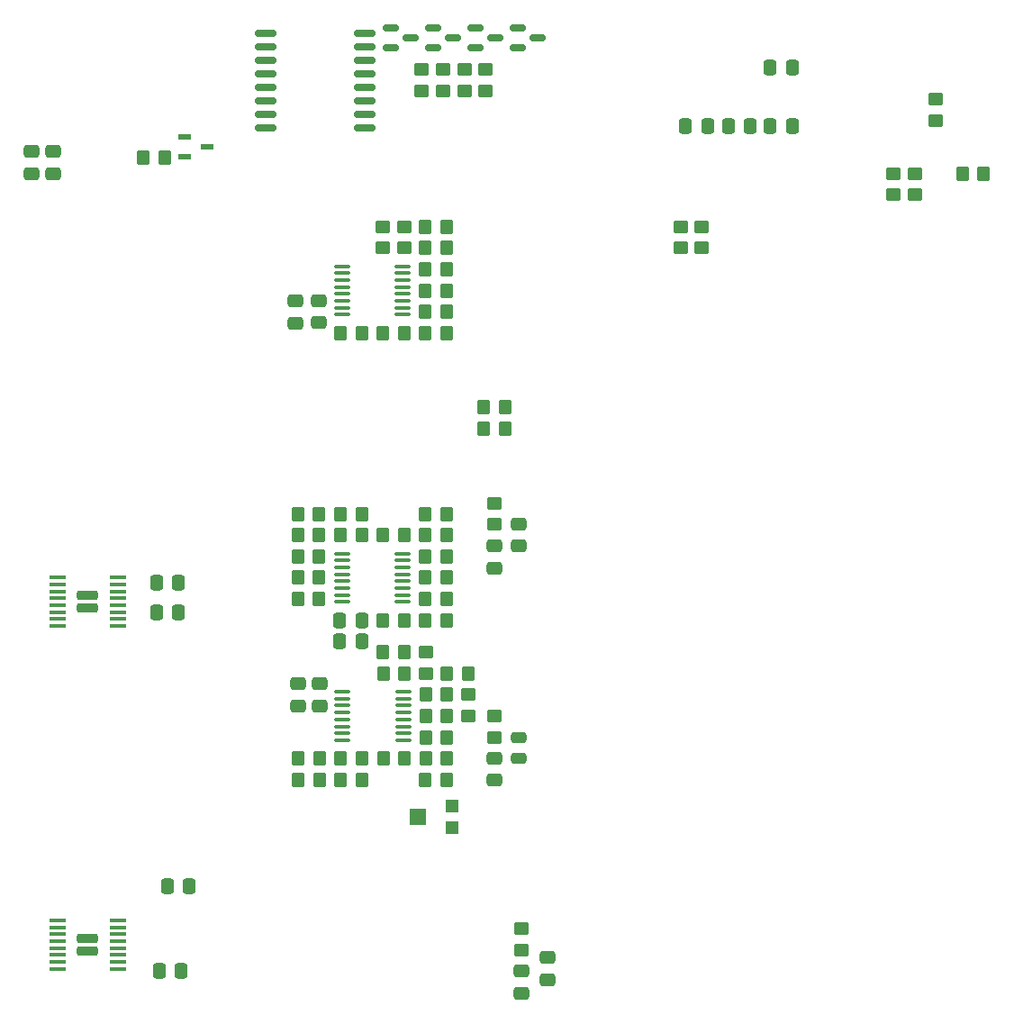
<source format=gbr>
%TF.GenerationSoftware,KiCad,Pcbnew,8.0.5-dirty*%
%TF.CreationDate,2024-10-27T18:43:13+01:00*%
%TF.ProjectId,tank_mower_controller_V1,74616e6b-5f6d-46f7-9765-725f636f6e74,rev?*%
%TF.SameCoordinates,Original*%
%TF.FileFunction,Paste,Bot*%
%TF.FilePolarity,Positive*%
%FSLAX46Y46*%
G04 Gerber Fmt 4.6, Leading zero omitted, Abs format (unit mm)*
G04 Created by KiCad (PCBNEW 8.0.5-dirty) date 2024-10-27 18:43:13*
%MOMM*%
%LPD*%
G01*
G04 APERTURE LIST*
G04 Aperture macros list*
%AMRoundRect*
0 Rectangle with rounded corners*
0 $1 Rounding radius*
0 $2 $3 $4 $5 $6 $7 $8 $9 X,Y pos of 4 corners*
0 Add a 4 corners polygon primitive as box body*
4,1,4,$2,$3,$4,$5,$6,$7,$8,$9,$2,$3,0*
0 Add four circle primitives for the rounded corners*
1,1,$1+$1,$2,$3*
1,1,$1+$1,$4,$5*
1,1,$1+$1,$6,$7*
1,1,$1+$1,$8,$9*
0 Add four rect primitives between the rounded corners*
20,1,$1+$1,$2,$3,$4,$5,0*
20,1,$1+$1,$4,$5,$6,$7,0*
20,1,$1+$1,$6,$7,$8,$9,0*
20,1,$1+$1,$8,$9,$2,$3,0*%
G04 Aperture macros list end*
%ADD10RoundRect,0.250000X-0.350000X-0.450000X0.350000X-0.450000X0.350000X0.450000X-0.350000X0.450000X0*%
%ADD11RoundRect,0.250000X0.350000X0.450000X-0.350000X0.450000X-0.350000X-0.450000X0.350000X-0.450000X0*%
%ADD12RoundRect,0.250000X0.450000X-0.350000X0.450000X0.350000X-0.450000X0.350000X-0.450000X-0.350000X0*%
%ADD13RoundRect,0.250000X0.475000X-0.337500X0.475000X0.337500X-0.475000X0.337500X-0.475000X-0.337500X0*%
%ADD14RoundRect,0.250000X0.337500X0.475000X-0.337500X0.475000X-0.337500X-0.475000X0.337500X-0.475000X0*%
%ADD15R,1.200000X1.200000*%
%ADD16R,1.500000X1.600000*%
%ADD17RoundRect,0.250000X-0.337500X-0.475000X0.337500X-0.475000X0.337500X0.475000X-0.337500X0.475000X0*%
%ADD18RoundRect,0.150000X-0.587500X-0.150000X0.587500X-0.150000X0.587500X0.150000X-0.587500X0.150000X0*%
%ADD19RoundRect,0.232500X-0.757500X-0.232500X0.757500X-0.232500X0.757500X0.232500X-0.757500X0.232500X0*%
%ADD20RoundRect,0.100000X-0.687500X-0.100000X0.687500X-0.100000X0.687500X0.100000X-0.687500X0.100000X0*%
%ADD21RoundRect,0.250000X-0.450000X0.350000X-0.450000X-0.350000X0.450000X-0.350000X0.450000X0.350000X0*%
%ADD22RoundRect,0.250000X-0.475000X0.250000X-0.475000X-0.250000X0.475000X-0.250000X0.475000X0.250000X0*%
%ADD23RoundRect,0.100000X0.637500X0.100000X-0.637500X0.100000X-0.637500X-0.100000X0.637500X-0.100000X0*%
%ADD24RoundRect,0.250000X-0.475000X0.337500X-0.475000X-0.337500X0.475000X-0.337500X0.475000X0.337500X0*%
%ADD25RoundRect,0.150000X0.875000X0.150000X-0.875000X0.150000X-0.875000X-0.150000X0.875000X-0.150000X0*%
%ADD26R,1.300000X0.600000*%
G04 APERTURE END LIST*
D10*
%TO.C,R46*%
X121738000Y-99704000D03*
X123738000Y-99704000D03*
%TD*%
%TO.C,R25*%
X121738000Y-95704000D03*
X123738000Y-95704000D03*
%TD*%
D11*
%TO.C,R5*%
X141238000Y-83704000D03*
X139238000Y-83704000D03*
%TD*%
%TO.C,R21*%
X131775500Y-114704000D03*
X129775500Y-114704000D03*
%TD*%
%TO.C,R39*%
X131775500Y-106704000D03*
X129775500Y-106704000D03*
%TD*%
D12*
%TO.C,R53*%
X140238000Y-92704000D03*
X140238000Y-90704000D03*
%TD*%
D11*
%TO.C,R22*%
X127775500Y-116704000D03*
X125775500Y-116704000D03*
%TD*%
D10*
%TO.C,R23*%
X121738000Y-97704000D03*
X123738000Y-97704000D03*
%TD*%
D13*
%TO.C,C7*%
X96738000Y-59704000D03*
X96738000Y-57629000D03*
%TD*%
D11*
%TO.C,R44*%
X135738000Y-95704000D03*
X133738000Y-95704000D03*
%TD*%
D12*
%TO.C,R54*%
X179738000Y-61704000D03*
X179738000Y-59704000D03*
%TD*%
D11*
%TO.C,R41*%
X135775500Y-110704000D03*
X133775500Y-110704000D03*
%TD*%
D10*
%TO.C,R45*%
X133738000Y-91704000D03*
X135738000Y-91704000D03*
%TD*%
D11*
%TO.C,R19*%
X135775500Y-114704000D03*
X133775500Y-114704000D03*
%TD*%
D14*
%TO.C,C23*%
X168238000Y-49704000D03*
X166163000Y-49704000D03*
%TD*%
D11*
%TO.C,R20*%
X131738000Y-104704000D03*
X129738000Y-104704000D03*
%TD*%
D15*
%TO.C,R66*%
X136238000Y-119204000D03*
D16*
X132988000Y-120204000D03*
D15*
X136238000Y-121204000D03*
%TD*%
D17*
%TO.C,C10*%
X108450500Y-98204000D03*
X110525500Y-98204000D03*
%TD*%
D18*
%TO.C,Q12*%
X138450500Y-47904000D03*
X138450500Y-46004000D03*
X140325500Y-46954000D03*
%TD*%
D19*
%TO.C,U4*%
X101988000Y-131624000D03*
X101988000Y-132784000D03*
D20*
X99125500Y-134479000D03*
X99125500Y-133829000D03*
X99125500Y-133179000D03*
X99125500Y-132529000D03*
X99125500Y-131879000D03*
X99125500Y-131229000D03*
X99125500Y-130579000D03*
X99125500Y-129929000D03*
X104850500Y-129929000D03*
X104850500Y-130579000D03*
X104850500Y-131229000D03*
X104850500Y-131879000D03*
X104850500Y-132529000D03*
X104850500Y-133179000D03*
X104850500Y-133829000D03*
X104850500Y-134479000D03*
%TD*%
D18*
%TO.C,Q14*%
X130450500Y-47904000D03*
X130450500Y-46004000D03*
X132325500Y-46954000D03*
%TD*%
D11*
%TO.C,R6*%
X135738000Y-68704000D03*
X133738000Y-68704000D03*
%TD*%
D10*
%TO.C,R59*%
X121738000Y-91704000D03*
X123738000Y-91704000D03*
%TD*%
D11*
%TO.C,R10*%
X135738000Y-66704000D03*
X133738000Y-66704000D03*
%TD*%
D21*
%TO.C,R14*%
X131738000Y-64704000D03*
X131738000Y-66704000D03*
%TD*%
D12*
%TO.C,R7*%
X129738000Y-66704000D03*
X129738000Y-64704000D03*
%TD*%
D22*
%TO.C,C3*%
X142488000Y-112754000D03*
X142488000Y-114654000D03*
%TD*%
D10*
%TO.C,R48*%
X125738000Y-93704000D03*
X127738000Y-93704000D03*
%TD*%
D14*
%TO.C,C24*%
X168238000Y-55204000D03*
X166163000Y-55204000D03*
%TD*%
D11*
%TO.C,R43*%
X135738000Y-97704000D03*
X133738000Y-97704000D03*
%TD*%
D13*
%TO.C,C1*%
X121488000Y-73754000D03*
X121488000Y-71679000D03*
%TD*%
D23*
%TO.C,U11*%
X131638000Y-108429000D03*
X131638000Y-109079000D03*
X131638000Y-109729000D03*
X131638000Y-110379000D03*
X131638000Y-111029000D03*
X131638000Y-111679000D03*
X131638000Y-112329000D03*
X131638000Y-112979000D03*
X125913000Y-112979000D03*
X125913000Y-112329000D03*
X125913000Y-111679000D03*
X125913000Y-111029000D03*
X125913000Y-110379000D03*
X125913000Y-109729000D03*
X125913000Y-109079000D03*
X125913000Y-108429000D03*
%TD*%
D10*
%TO.C,R13*%
X133738000Y-74704000D03*
X135738000Y-74704000D03*
%TD*%
D21*
%TO.C,R3*%
X181738000Y-52704000D03*
X181738000Y-54704000D03*
%TD*%
D24*
%TO.C,C36*%
X142488000Y-92666500D03*
X142488000Y-94741500D03*
%TD*%
D23*
%TO.C,U5*%
X131600500Y-68429000D03*
X131600500Y-69079000D03*
X131600500Y-69729000D03*
X131600500Y-70379000D03*
X131600500Y-71029000D03*
X131600500Y-71679000D03*
X131600500Y-72329000D03*
X131600500Y-72979000D03*
X125875500Y-72979000D03*
X125875500Y-72329000D03*
X125875500Y-71679000D03*
X125875500Y-71029000D03*
X125875500Y-70379000D03*
X125875500Y-69729000D03*
X125875500Y-69079000D03*
X125875500Y-68429000D03*
%TD*%
D11*
%TO.C,R61*%
X123775500Y-116704000D03*
X121775500Y-116704000D03*
%TD*%
D24*
%TO.C,C34*%
X121738000Y-107666500D03*
X121738000Y-109741500D03*
%TD*%
D11*
%TO.C,R47*%
X135738000Y-93704000D03*
X133738000Y-93704000D03*
%TD*%
D14*
%TO.C,C26*%
X160275500Y-55204000D03*
X158200500Y-55204000D03*
%TD*%
D11*
%TO.C,R24*%
X127775500Y-114704000D03*
X125775500Y-114704000D03*
%TD*%
D13*
%TO.C,C40*%
X140238000Y-116741500D03*
X140238000Y-114666500D03*
%TD*%
D12*
%TO.C,R27*%
X159738000Y-66704000D03*
X159738000Y-64704000D03*
%TD*%
D11*
%TO.C,R65*%
X135738000Y-116704000D03*
X133738000Y-116704000D03*
%TD*%
D23*
%TO.C,U1*%
X131600500Y-95429000D03*
X131600500Y-96079000D03*
X131600500Y-96729000D03*
X131600500Y-97379000D03*
X131600500Y-98029000D03*
X131600500Y-98679000D03*
X131600500Y-99329000D03*
X131600500Y-99979000D03*
X125875500Y-99979000D03*
X125875500Y-99329000D03*
X125875500Y-98679000D03*
X125875500Y-98029000D03*
X125875500Y-97379000D03*
X125875500Y-96729000D03*
X125875500Y-96079000D03*
X125875500Y-95429000D03*
%TD*%
D13*
%TO.C,C39*%
X142738000Y-136779000D03*
X142738000Y-134704000D03*
%TD*%
D21*
%TO.C,R40*%
X137775500Y-108704000D03*
X137775500Y-110704000D03*
%TD*%
D10*
%TO.C,R12*%
X133738000Y-64704000D03*
X135738000Y-64704000D03*
%TD*%
D11*
%TO.C,R9*%
X127738000Y-74704000D03*
X125738000Y-74704000D03*
%TD*%
D10*
%TO.C,R62*%
X121775500Y-114704000D03*
X123775500Y-114704000D03*
%TD*%
D12*
%TO.C,R33*%
X135388000Y-51954000D03*
X135388000Y-49954000D03*
%TD*%
D14*
%TO.C,C31*%
X127775500Y-101704000D03*
X125700500Y-101704000D03*
%TD*%
D11*
%TO.C,R58*%
X131738000Y-101704000D03*
X129738000Y-101704000D03*
%TD*%
%TO.C,R26*%
X109238000Y-58204000D03*
X107238000Y-58204000D03*
%TD*%
D24*
%TO.C,C32*%
X123775500Y-107666500D03*
X123775500Y-109741500D03*
%TD*%
D13*
%TO.C,C6*%
X98738000Y-59704000D03*
X98738000Y-57629000D03*
%TD*%
D11*
%TO.C,R49*%
X131738000Y-93704000D03*
X129738000Y-93704000D03*
%TD*%
D10*
%TO.C,R63*%
X135775500Y-106704000D03*
X137775500Y-106704000D03*
%TD*%
D11*
%TO.C,R8*%
X135738000Y-72704000D03*
X133738000Y-72704000D03*
%TD*%
%TO.C,R57*%
X135738000Y-101704000D03*
X133738000Y-101704000D03*
%TD*%
D12*
%TO.C,R35*%
X133388000Y-51954000D03*
X133388000Y-49954000D03*
%TD*%
%TO.C,R31*%
X137388000Y-51954000D03*
X137388000Y-49954000D03*
%TD*%
%TO.C,R52*%
X142738000Y-132704000D03*
X142738000Y-130704000D03*
%TD*%
D11*
%TO.C,R18*%
X135775500Y-112704000D03*
X133775500Y-112704000D03*
%TD*%
D19*
%TO.C,U7*%
X101988000Y-99374000D03*
X101988000Y-100534000D03*
D20*
X99125500Y-102229000D03*
X99125500Y-101579000D03*
X99125500Y-100929000D03*
X99125500Y-100279000D03*
X99125500Y-99629000D03*
X99125500Y-98979000D03*
X99125500Y-98329000D03*
X99125500Y-97679000D03*
X104850500Y-97679000D03*
X104850500Y-98329000D03*
X104850500Y-98979000D03*
X104850500Y-99629000D03*
X104850500Y-100279000D03*
X104850500Y-100929000D03*
X104850500Y-101579000D03*
X104850500Y-102229000D03*
%TD*%
D14*
%TO.C,C33*%
X127775500Y-103704000D03*
X125700500Y-103704000D03*
%TD*%
D12*
%TO.C,R17*%
X140238000Y-112704000D03*
X140238000Y-110704000D03*
%TD*%
D11*
%TO.C,R15*%
X131738000Y-74704000D03*
X129738000Y-74704000D03*
%TD*%
D10*
%TO.C,R60*%
X125738000Y-91704000D03*
X127738000Y-91704000D03*
%TD*%
D18*
%TO.C,Q13*%
X134450500Y-47904000D03*
X134450500Y-46004000D03*
X136325500Y-46954000D03*
%TD*%
D11*
%TO.C,R11*%
X135738000Y-70704000D03*
X133738000Y-70704000D03*
%TD*%
D14*
%TO.C,C5*%
X110775500Y-134704000D03*
X108700500Y-134704000D03*
%TD*%
D10*
%TO.C,R56*%
X184238000Y-59704000D03*
X186238000Y-59704000D03*
%TD*%
%TO.C,R42*%
X133775500Y-108704000D03*
X135775500Y-108704000D03*
%TD*%
D24*
%TO.C,C35*%
X145238000Y-133416500D03*
X145238000Y-135491500D03*
%TD*%
D14*
%TO.C,C11*%
X110525500Y-100954000D03*
X108450500Y-100954000D03*
%TD*%
D13*
%TO.C,C2*%
X123738000Y-73741500D03*
X123738000Y-71666500D03*
%TD*%
D17*
%TO.C,C25*%
X162200500Y-55204000D03*
X164275500Y-55204000D03*
%TD*%
%TO.C,C4*%
X109450500Y-126704000D03*
X111525500Y-126704000D03*
%TD*%
D25*
%TO.C,U10*%
X128038000Y-46509000D03*
X128038000Y-47779000D03*
X128038000Y-49049000D03*
X128038000Y-50319000D03*
X128038000Y-51589000D03*
X128038000Y-52859000D03*
X128038000Y-54129000D03*
X128038000Y-55399000D03*
X118738000Y-55399000D03*
X118738000Y-54129000D03*
X118738000Y-52859000D03*
X118738000Y-51589000D03*
X118738000Y-50319000D03*
X118738000Y-49049000D03*
X118738000Y-47779000D03*
X118738000Y-46509000D03*
%TD*%
D26*
%TO.C,Q11*%
X111138000Y-58154000D03*
X111138000Y-56254000D03*
X113238000Y-57204000D03*
%TD*%
D11*
%TO.C,R4*%
X141238000Y-81704000D03*
X139238000Y-81704000D03*
%TD*%
D12*
%TO.C,R29*%
X139388000Y-51954000D03*
X139388000Y-49954000D03*
%TD*%
D13*
%TO.C,C41*%
X140238000Y-96779000D03*
X140238000Y-94704000D03*
%TD*%
D18*
%TO.C,Q10*%
X142450500Y-47904000D03*
X142450500Y-46004000D03*
X144325500Y-46954000D03*
%TD*%
D12*
%TO.C,R28*%
X157738000Y-66704000D03*
X157738000Y-64704000D03*
%TD*%
D10*
%TO.C,R51*%
X133738000Y-99704000D03*
X135738000Y-99704000D03*
%TD*%
D21*
%TO.C,R64*%
X133775500Y-104704000D03*
X133775500Y-106704000D03*
%TD*%
%TO.C,R55*%
X177738000Y-59704000D03*
X177738000Y-61704000D03*
%TD*%
D11*
%TO.C,R50*%
X123738000Y-93704000D03*
X121738000Y-93704000D03*
%TD*%
M02*

</source>
